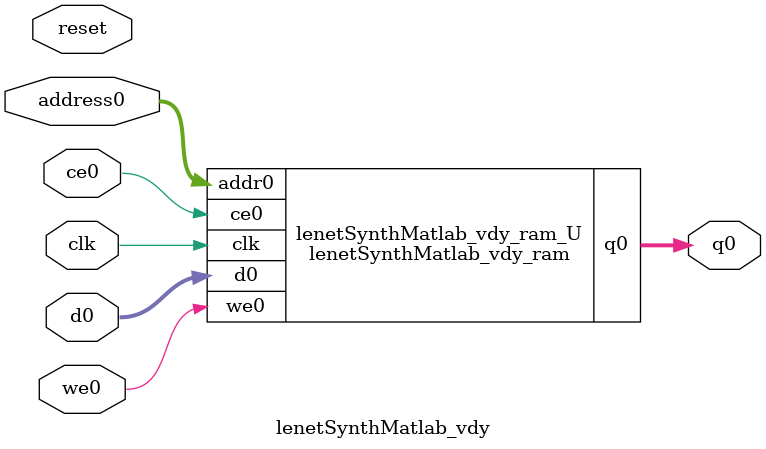
<source format=v>

`timescale 1 ns / 1 ps
module lenetSynthMatlab_vdy_ram (addr0, ce0, d0, we0, q0,  clk);

parameter DWIDTH = 64;
parameter AWIDTH = 4;
parameter MEM_SIZE = 10;

input[AWIDTH-1:0] addr0;
input ce0;
input[DWIDTH-1:0] d0;
input we0;
output reg[DWIDTH-1:0] q0;
input clk;

(* ram_style = "distributed" *)reg [DWIDTH-1:0] ram[0:MEM_SIZE-1];




always @(posedge clk)  
begin 
    if (ce0) 
    begin
        if (we0) 
        begin 
            ram[addr0] <= d0; 
            q0 <= d0;
        end 
        else 
            q0 <= ram[addr0];
    end
end


endmodule


`timescale 1 ns / 1 ps
module lenetSynthMatlab_vdy(
    reset,
    clk,
    address0,
    ce0,
    we0,
    d0,
    q0);

parameter DataWidth = 32'd64;
parameter AddressRange = 32'd10;
parameter AddressWidth = 32'd4;
input reset;
input clk;
input[AddressWidth - 1:0] address0;
input ce0;
input we0;
input[DataWidth - 1:0] d0;
output[DataWidth - 1:0] q0;



lenetSynthMatlab_vdy_ram lenetSynthMatlab_vdy_ram_U(
    .clk( clk ),
    .addr0( address0 ),
    .ce0( ce0 ),
    .we0( we0 ),
    .d0( d0 ),
    .q0( q0 ));

endmodule


</source>
